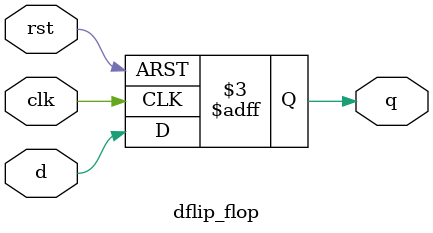
<source format=v>
`timescale 1ns / 1ps


module dflip_flop(d,q,clk,rst);
input clk, d, rst;
output reg q;
always@(posedge clk or posedge rst)
    begin
    if (rst==1'b1)
        q<=1'b0;
    else
        q <=d;
    end
endmodule

</source>
